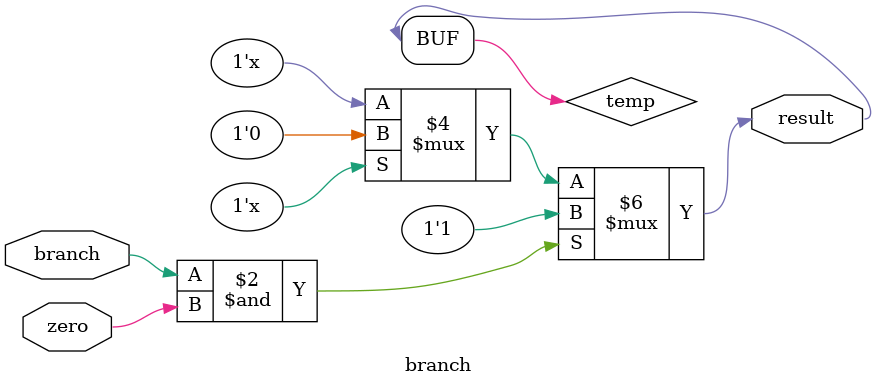
<source format=v>
`timescale 1ns / 1ps


module branch(
    input branch,
    input zero,
    output result
    );
    
    reg temp;
    
    initial 
    begin
        temp <= 0;
    end
    
    always @(*)
    begin
        case (branch & zero)
        1'b1: temp = 1;
        1'bx: temp = 0;
        default: temp = 0;
    endcase
    end
    
    assign result = temp;
    
endmodule

</source>
